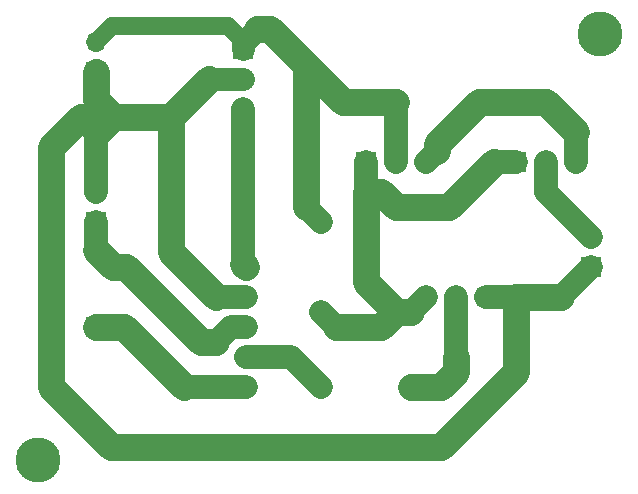
<source format=gbr>
G04 #@! TF.GenerationSoftware,KiCad,Pcbnew,5.0.0-fee4fd1~65~ubuntu17.10.1*
G04 #@! TF.CreationDate,2019-01-01T18:46:40-05:00*
G04 #@! TF.ProjectId,resetter,72657365747465722E6B696361645F70,rev?*
G04 #@! TF.SameCoordinates,Original*
G04 #@! TF.FileFunction,Copper,L2,Bot,Signal*
G04 #@! TF.FilePolarity,Positive*
%FSLAX46Y46*%
G04 Gerber Fmt 4.6, Leading zero omitted, Abs format (unit mm)*
G04 Created by KiCad (PCBNEW 5.0.0-fee4fd1~65~ubuntu17.10.1) date Tue Jan  1 18:46:40 2019*
%MOMM*%
%LPD*%
G01*
G04 APERTURE LIST*
G04 #@! TA.AperFunction,ComponentPad*
%ADD10O,1.700000X1.700000*%
G04 #@! TD*
G04 #@! TA.AperFunction,ComponentPad*
%ADD11R,1.700000X1.700000*%
G04 #@! TD*
G04 #@! TA.AperFunction,ComponentPad*
%ADD12O,1.800000X1.800000*%
G04 #@! TD*
G04 #@! TA.AperFunction,ComponentPad*
%ADD13R,1.800000X1.800000*%
G04 #@! TD*
G04 #@! TA.AperFunction,ComponentPad*
%ADD14O,1.600000X1.600000*%
G04 #@! TD*
G04 #@! TA.AperFunction,ComponentPad*
%ADD15C,1.600000*%
G04 #@! TD*
G04 #@! TA.AperFunction,ComponentPad*
%ADD16R,1.520000X1.520000*%
G04 #@! TD*
G04 #@! TA.AperFunction,ComponentPad*
%ADD17C,1.520000*%
G04 #@! TD*
G04 #@! TA.AperFunction,ViaPad*
%ADD18C,3.810000*%
G04 #@! TD*
G04 #@! TA.AperFunction,Conductor*
%ADD19C,2.286000*%
G04 #@! TD*
G04 #@! TA.AperFunction,Conductor*
%ADD20C,2.032000*%
G04 #@! TD*
G04 #@! TA.AperFunction,Conductor*
%ADD21C,1.905000*%
G04 #@! TD*
G04 #@! TA.AperFunction,Conductor*
%ADD22C,1.524000*%
G04 #@! TD*
G04 APERTURE END LIST*
D10*
G04 #@! TO.P,J1,2*
G04 #@! TO.N,GND*
X56515000Y-46037500D03*
D11*
G04 #@! TO.P,J1,1*
G04 #@! TO.N,Net-(J1-Pad1)*
X56515000Y-48577500D03*
G04 #@! TD*
G04 #@! TO.P,J2,1*
G04 #@! TO.N,Net-(J2-Pad1)*
X56515000Y-57467500D03*
G04 #@! TD*
G04 #@! TO.P,J3,1*
G04 #@! TO.N,GND*
X98425000Y-52387500D03*
D10*
G04 #@! TO.P,J3,2*
G04 #@! TO.N,Net-(J3-Pad2)*
X98425000Y-49847500D03*
G04 #@! TD*
G04 #@! TO.P,J4,2*
G04 #@! TO.N,Net-(J4-Pad2)*
X56515000Y-33337500D03*
D11*
G04 #@! TO.P,J4,1*
G04 #@! TO.N,GND*
X56515000Y-35877500D03*
G04 #@! TD*
D12*
G04 #@! TO.P,Q2,3*
G04 #@! TO.N,Net-(Q2-Pad3)*
X84455000Y-43497500D03*
G04 #@! TO.P,Q2,2*
G04 #@! TO.N,Net-(J4-Pad2)*
X81915000Y-43497500D03*
D13*
G04 #@! TO.P,Q2,1*
G04 #@! TO.N,Net-(Q1-Pad3)*
X79375000Y-43497500D03*
G04 #@! TD*
G04 #@! TO.P,Q3,1*
G04 #@! TO.N,Net-(Q1-Pad3)*
X92075000Y-43497500D03*
D12*
G04 #@! TO.P,Q3,2*
G04 #@! TO.N,Net-(J3-Pad2)*
X94615000Y-43497500D03*
G04 #@! TO.P,Q3,3*
G04 #@! TO.N,Net-(Q2-Pad3)*
X97155000Y-43497500D03*
G04 #@! TD*
D14*
G04 #@! TO.P,R1,2*
G04 #@! TO.N,Net-(R1-Pad2)*
X75565000Y-62547500D03*
D15*
G04 #@! TO.P,R1,1*
G04 #@! TO.N,Net-(Q1-Pad2)*
X83185000Y-62547500D03*
G04 #@! TD*
G04 #@! TO.P,R2,1*
G04 #@! TO.N,Net-(J4-Pad2)*
X75565000Y-48577500D03*
D14*
G04 #@! TO.P,R2,2*
G04 #@! TO.N,Net-(Q1-Pad3)*
X75565000Y-56197500D03*
G04 #@! TD*
D10*
G04 #@! TO.P,U1,3*
G04 #@! TO.N,Net-(U1-Pad3)*
X68961000Y-38989000D03*
G04 #@! TO.P,U1,2*
G04 #@! TO.N,GND*
X68961000Y-36449000D03*
D11*
G04 #@! TO.P,U1,1*
G04 #@! TO.N,Net-(J4-Pad2)*
X68961000Y-33909000D03*
G04 #@! TD*
D10*
G04 #@! TO.P,U2,5*
G04 #@! TO.N,Net-(J2-Pad1)*
X69215000Y-62547500D03*
G04 #@! TO.P,U2,4*
G04 #@! TO.N,Net-(R1-Pad2)*
X69215000Y-60007500D03*
G04 #@! TO.P,U2,3*
G04 #@! TO.N,Net-(J1-Pad1)*
X69215000Y-57467500D03*
G04 #@! TO.P,U2,2*
G04 #@! TO.N,GND*
X69215000Y-54927500D03*
D11*
G04 #@! TO.P,U2,1*
G04 #@! TO.N,Net-(U1-Pad3)*
X69215000Y-52387500D03*
G04 #@! TD*
D16*
G04 #@! TO.P,Q1,1*
G04 #@! TO.N,GND*
X89535000Y-54927500D03*
D17*
G04 #@! TO.P,Q1,3*
G04 #@! TO.N,Net-(Q1-Pad3)*
X84455000Y-54927500D03*
G04 #@! TO.P,Q1,2*
G04 #@! TO.N,Net-(Q1-Pad2)*
X86995000Y-54927500D03*
G04 #@! TD*
D18*
G04 #@! TO.N,*
X99187000Y-32639000D03*
X51562000Y-68707000D03*
G04 #@! TD*
D19*
G04 #@! TO.N,GND*
X56515000Y-38251500D02*
X57951000Y-39687500D01*
X56515000Y-35877500D02*
X56515000Y-38251500D01*
X56515000Y-41123500D02*
X57951000Y-39687500D01*
D20*
X56515000Y-46037500D02*
X56515000Y-41123500D01*
D19*
X62865000Y-51117500D02*
X62865000Y-39687500D01*
X66675000Y-54927500D02*
X62865000Y-51117500D01*
D20*
X69215000Y-54927500D02*
X66675000Y-54927500D01*
D19*
X57951000Y-39687500D02*
X62865000Y-39687500D01*
X55245000Y-39687500D02*
X57951000Y-39687500D01*
X52705000Y-42227500D02*
X55245000Y-39687500D01*
X52705000Y-62547500D02*
X52705000Y-42227500D01*
X57785000Y-67627500D02*
X52705000Y-62547500D01*
D20*
X95885000Y-54927500D02*
X98425000Y-52387500D01*
D19*
X57785000Y-67627500D02*
X85725000Y-67627500D01*
X92075000Y-61277500D02*
X92075000Y-54927500D01*
X85725000Y-67627500D02*
X92075000Y-61277500D01*
X92075000Y-54927500D02*
X95885000Y-54927500D01*
D20*
X92075000Y-54927500D02*
X89535000Y-54927500D01*
D19*
X66103500Y-36449000D02*
X62865000Y-39687500D01*
D21*
X68961000Y-36449000D02*
X66103500Y-36449000D01*
D20*
G04 #@! TO.N,Net-(J1-Pad1)*
X56515000Y-50951500D02*
X56515000Y-48577500D01*
X67945000Y-57467500D02*
X66675000Y-58737500D01*
X69215000Y-57467500D02*
X67945000Y-57467500D01*
D19*
X66675000Y-58737500D02*
X65405000Y-58737500D01*
X65405000Y-58737500D02*
X59055000Y-52387500D01*
X57951000Y-52387500D02*
X56515000Y-50951500D01*
X59055000Y-52387500D02*
X57951000Y-52387500D01*
G04 #@! TO.N,Net-(J2-Pad1)*
X58889000Y-57467500D02*
X63969000Y-62547500D01*
X56515000Y-57467500D02*
X58889000Y-57467500D01*
D20*
X63969000Y-62547500D02*
X69215000Y-62547500D01*
G04 #@! TO.N,Net-(J3-Pad2)*
X94615000Y-46037500D02*
X98425000Y-49847500D01*
X94615000Y-43497500D02*
X94615000Y-46037500D01*
G04 #@! TO.N,Net-(J4-Pad2)*
X81915000Y-43497500D02*
X81915000Y-38417500D01*
X74295000Y-47307500D02*
X75565000Y-48577500D01*
D19*
X71247000Y-32258000D02*
X74295000Y-35306000D01*
X74295000Y-35306000D02*
X74295000Y-47307500D01*
X70104000Y-32258000D02*
X71247000Y-32258000D01*
D21*
X68961000Y-33909000D02*
X68961000Y-33401000D01*
X68961000Y-33401000D02*
X70104000Y-32258000D01*
D19*
X77406500Y-38417500D02*
X74295000Y-35306000D01*
X81915000Y-38417500D02*
X77406500Y-38417500D01*
D22*
X68961000Y-33909000D02*
X68961000Y-33274000D01*
X68961000Y-33274000D02*
X67691000Y-32004000D01*
X57848500Y-32004000D02*
X56515000Y-33337500D01*
X67691000Y-32004000D02*
X57848500Y-32004000D01*
D20*
G04 #@! TO.N,Net-(Q1-Pad3)*
X76835000Y-57467500D02*
X75565000Y-56197500D01*
D19*
X80645000Y-57467500D02*
X76835000Y-57467500D01*
X79375000Y-53657500D02*
X81915000Y-56197500D01*
X81915000Y-56197500D02*
X80645000Y-57467500D01*
X79375000Y-46037500D02*
X79375000Y-53657500D01*
D20*
X79375000Y-43497500D02*
X79375000Y-46037500D01*
D19*
X80645000Y-46037500D02*
X81915000Y-47307500D01*
D22*
X79375000Y-46037500D02*
X80645000Y-46037500D01*
D20*
X83185000Y-56197500D02*
X84455000Y-54927500D01*
D19*
X81915000Y-56197500D02*
X83185000Y-56197500D01*
X81915000Y-47307500D02*
X86360000Y-47307500D01*
X86360000Y-47307500D02*
X90170000Y-43497500D01*
D20*
X90170000Y-43497500D02*
X92075000Y-43497500D01*
D19*
G04 #@! TO.N,Net-(Q1-Pad2)*
X83185000Y-62547500D02*
X85725000Y-62547500D01*
X85725000Y-62547500D02*
X86995000Y-61277500D01*
D20*
X86995000Y-60007500D02*
X86995000Y-54927500D01*
D19*
X86995000Y-60007500D02*
X86995000Y-61277500D01*
D20*
G04 #@! TO.N,Net-(Q2-Pad3)*
X97155000Y-40957500D02*
X97155000Y-43497500D01*
D19*
X94615000Y-38417500D02*
X97155000Y-40957500D01*
X85354999Y-42597501D02*
X85354999Y-41962501D01*
D20*
X84455000Y-43497500D02*
X85354999Y-42597501D01*
D19*
X88900000Y-38417500D02*
X94615000Y-38417500D01*
X85354999Y-41962501D02*
X88900000Y-38417500D01*
D20*
G04 #@! TO.N,Net-(R1-Pad2)*
X73025000Y-60007500D02*
X75565000Y-62547500D01*
X69215000Y-60007500D02*
X73025000Y-60007500D01*
D19*
G04 #@! TO.N,Net-(U1-Pad3)*
X68961000Y-52133500D02*
X69215000Y-52387500D01*
D20*
X68961000Y-38989000D02*
X68961000Y-52133500D01*
G04 #@! TD*
M02*

</source>
